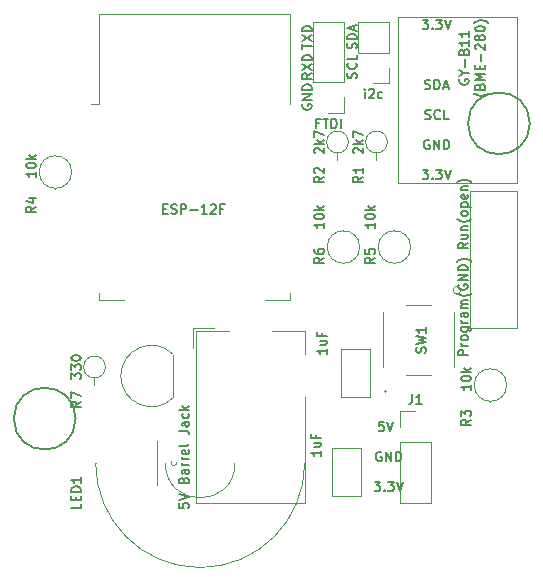
<source format=gto>
G04 #@! TF.GenerationSoftware,KiCad,Pcbnew,(5.1.0)-1*
G04 #@! TF.CreationDate,2019-06-21T08:53:03-04:00*
G04 #@! TF.ProjectId,TempLogger2,54656d70-4c6f-4676-9765-72322e6b6963,rev?*
G04 #@! TF.SameCoordinates,Original*
G04 #@! TF.FileFunction,Legend,Top*
G04 #@! TF.FilePolarity,Positive*
%FSLAX46Y46*%
G04 Gerber Fmt 4.6, Leading zero omitted, Abs format (unit mm)*
G04 Created by KiCad (PCBNEW (5.1.0)-1) date 2019-06-21 08:53:03*
%MOMM*%
%LPD*%
G04 APERTURE LIST*
%ADD10C,0.150000*%
%ADD11C,0.100000*%
G04 APERTURE END LIST*
D10*
X148454904Y-118217390D02*
X148454904Y-118674533D01*
X148454904Y-118445961D02*
X147654904Y-118445961D01*
X147769190Y-118522152D01*
X147845380Y-118598342D01*
X147883476Y-118674533D01*
X147921571Y-117531676D02*
X148454904Y-117531676D01*
X147921571Y-117874533D02*
X148340619Y-117874533D01*
X148416809Y-117836438D01*
X148454904Y-117760247D01*
X148454904Y-117645961D01*
X148416809Y-117569771D01*
X148378714Y-117531676D01*
X148035857Y-116884057D02*
X148035857Y-117150723D01*
X148454904Y-117150723D02*
X147654904Y-117150723D01*
X147654904Y-116769771D01*
X152195190Y-88385104D02*
X152195190Y-87851771D01*
X152195190Y-87585104D02*
X152157095Y-87623200D01*
X152195190Y-87661295D01*
X152233285Y-87623200D01*
X152195190Y-87585104D01*
X152195190Y-87661295D01*
X152538047Y-87661295D02*
X152576142Y-87623200D01*
X152652333Y-87585104D01*
X152842809Y-87585104D01*
X152919000Y-87623200D01*
X152957095Y-87661295D01*
X152995190Y-87737485D01*
X152995190Y-87813676D01*
X152957095Y-87927961D01*
X152499952Y-88385104D01*
X152995190Y-88385104D01*
X153680904Y-88347009D02*
X153604714Y-88385104D01*
X153452333Y-88385104D01*
X153376142Y-88347009D01*
X153338047Y-88308914D01*
X153299952Y-88232723D01*
X153299952Y-88004152D01*
X153338047Y-87927961D01*
X153376142Y-87889866D01*
X153452333Y-87851771D01*
X153604714Y-87851771D01*
X153680904Y-87889866D01*
X151464809Y-86689580D02*
X151502904Y-86575295D01*
X151502904Y-86384819D01*
X151464809Y-86308628D01*
X151426714Y-86270533D01*
X151350523Y-86232438D01*
X151274333Y-86232438D01*
X151198142Y-86270533D01*
X151160047Y-86308628D01*
X151121952Y-86384819D01*
X151083857Y-86537200D01*
X151045761Y-86613390D01*
X151007666Y-86651485D01*
X150931476Y-86689580D01*
X150855285Y-86689580D01*
X150779095Y-86651485D01*
X150741000Y-86613390D01*
X150702904Y-86537200D01*
X150702904Y-86346723D01*
X150741000Y-86232438D01*
X151426714Y-85432438D02*
X151464809Y-85470533D01*
X151502904Y-85584819D01*
X151502904Y-85661009D01*
X151464809Y-85775295D01*
X151388619Y-85851485D01*
X151312428Y-85889580D01*
X151160047Y-85927676D01*
X151045761Y-85927676D01*
X150893380Y-85889580D01*
X150817190Y-85851485D01*
X150741000Y-85775295D01*
X150702904Y-85661009D01*
X150702904Y-85584819D01*
X150741000Y-85470533D01*
X150779095Y-85432438D01*
X151502904Y-84708628D02*
X151502904Y-85089580D01*
X150702904Y-85089580D01*
X151464809Y-84168628D02*
X151502904Y-84054342D01*
X151502904Y-83863866D01*
X151464809Y-83787676D01*
X151426714Y-83749580D01*
X151350523Y-83711485D01*
X151274333Y-83711485D01*
X151198142Y-83749580D01*
X151160047Y-83787676D01*
X151121952Y-83863866D01*
X151083857Y-84016247D01*
X151045761Y-84092438D01*
X151007666Y-84130533D01*
X150931476Y-84168628D01*
X150855285Y-84168628D01*
X150779095Y-84130533D01*
X150741000Y-84092438D01*
X150702904Y-84016247D01*
X150702904Y-83825771D01*
X150741000Y-83711485D01*
X151502904Y-83368628D02*
X150702904Y-83368628D01*
X150702904Y-83178152D01*
X150741000Y-83063866D01*
X150817190Y-82987676D01*
X150893380Y-82949580D01*
X151045761Y-82911485D01*
X151160047Y-82911485D01*
X151312428Y-82949580D01*
X151388619Y-82987676D01*
X151464809Y-83063866D01*
X151502904Y-83178152D01*
X151502904Y-83368628D01*
X151274333Y-82606723D02*
X151274333Y-82225771D01*
X151502904Y-82682914D02*
X150702904Y-82416247D01*
X151502904Y-82149580D01*
X146931000Y-88886723D02*
X146892904Y-88962914D01*
X146892904Y-89077200D01*
X146931000Y-89191485D01*
X147007190Y-89267676D01*
X147083380Y-89305771D01*
X147235761Y-89343866D01*
X147350047Y-89343866D01*
X147502428Y-89305771D01*
X147578619Y-89267676D01*
X147654809Y-89191485D01*
X147692904Y-89077200D01*
X147692904Y-89001009D01*
X147654809Y-88886723D01*
X147616714Y-88848628D01*
X147350047Y-88848628D01*
X147350047Y-89001009D01*
X147692904Y-88505771D02*
X146892904Y-88505771D01*
X147692904Y-88048628D01*
X146892904Y-88048628D01*
X147692904Y-87667676D02*
X146892904Y-87667676D01*
X146892904Y-87477200D01*
X146931000Y-87362914D01*
X147007190Y-87286723D01*
X147083380Y-87248628D01*
X147235761Y-87210533D01*
X147350047Y-87210533D01*
X147502428Y-87248628D01*
X147578619Y-87286723D01*
X147654809Y-87362914D01*
X147692904Y-87477200D01*
X147692904Y-87667676D01*
X147692904Y-86270533D02*
X147311952Y-86537200D01*
X147692904Y-86727676D02*
X146892904Y-86727676D01*
X146892904Y-86422914D01*
X146931000Y-86346723D01*
X146969095Y-86308628D01*
X147045285Y-86270533D01*
X147159571Y-86270533D01*
X147235761Y-86308628D01*
X147273857Y-86346723D01*
X147311952Y-86422914D01*
X147311952Y-86727676D01*
X146892904Y-86003866D02*
X147692904Y-85470533D01*
X146892904Y-85470533D02*
X147692904Y-86003866D01*
X147692904Y-85165771D02*
X146892904Y-85165771D01*
X146892904Y-84975295D01*
X146931000Y-84861009D01*
X147007190Y-84784819D01*
X147083380Y-84746723D01*
X147235761Y-84708628D01*
X147350047Y-84708628D01*
X147502428Y-84746723D01*
X147578619Y-84784819D01*
X147654809Y-84861009D01*
X147692904Y-84975295D01*
X147692904Y-85165771D01*
X146892904Y-84206723D02*
X146892904Y-83749580D01*
X147692904Y-83978152D02*
X146892904Y-83978152D01*
X146892904Y-83559104D02*
X147692904Y-83025771D01*
X146892904Y-83025771D02*
X147692904Y-83559104D01*
X147692904Y-82721009D02*
X146892904Y-82721009D01*
X146892904Y-82530533D01*
X146931000Y-82416247D01*
X147007190Y-82340057D01*
X147083380Y-82301961D01*
X147235761Y-82263866D01*
X147350047Y-82263866D01*
X147502428Y-82301961D01*
X147578619Y-82340057D01*
X147654809Y-82416247D01*
X147692904Y-82530533D01*
X147692904Y-82721009D01*
X157072047Y-94443104D02*
X157567285Y-94443104D01*
X157300619Y-94747866D01*
X157414904Y-94747866D01*
X157491095Y-94785961D01*
X157529190Y-94824057D01*
X157567285Y-94900247D01*
X157567285Y-95090723D01*
X157529190Y-95166914D01*
X157491095Y-95205009D01*
X157414904Y-95243104D01*
X157186333Y-95243104D01*
X157110142Y-95205009D01*
X157072047Y-95166914D01*
X157910142Y-95166914D02*
X157948238Y-95205009D01*
X157910142Y-95243104D01*
X157872047Y-95205009D01*
X157910142Y-95166914D01*
X157910142Y-95243104D01*
X158214904Y-94443104D02*
X158710142Y-94443104D01*
X158443476Y-94747866D01*
X158557761Y-94747866D01*
X158633952Y-94785961D01*
X158672047Y-94824057D01*
X158710142Y-94900247D01*
X158710142Y-95090723D01*
X158672047Y-95166914D01*
X158633952Y-95205009D01*
X158557761Y-95243104D01*
X158329190Y-95243104D01*
X158253000Y-95205009D01*
X158214904Y-95166914D01*
X158938714Y-94443104D02*
X159205380Y-95243104D01*
X159472047Y-94443104D01*
X157643476Y-91941200D02*
X157567285Y-91903104D01*
X157453000Y-91903104D01*
X157338714Y-91941200D01*
X157262523Y-92017390D01*
X157224428Y-92093580D01*
X157186333Y-92245961D01*
X157186333Y-92360247D01*
X157224428Y-92512628D01*
X157262523Y-92588819D01*
X157338714Y-92665009D01*
X157453000Y-92703104D01*
X157529190Y-92703104D01*
X157643476Y-92665009D01*
X157681571Y-92626914D01*
X157681571Y-92360247D01*
X157529190Y-92360247D01*
X158024428Y-92703104D02*
X158024428Y-91903104D01*
X158481571Y-92703104D01*
X158481571Y-91903104D01*
X158862523Y-92703104D02*
X158862523Y-91903104D01*
X159053000Y-91903104D01*
X159167285Y-91941200D01*
X159243476Y-92017390D01*
X159281571Y-92093580D01*
X159319666Y-92245961D01*
X159319666Y-92360247D01*
X159281571Y-92512628D01*
X159243476Y-92588819D01*
X159167285Y-92665009D01*
X159053000Y-92703104D01*
X158862523Y-92703104D01*
X157300619Y-90125009D02*
X157414904Y-90163104D01*
X157605380Y-90163104D01*
X157681571Y-90125009D01*
X157719666Y-90086914D01*
X157757761Y-90010723D01*
X157757761Y-89934533D01*
X157719666Y-89858342D01*
X157681571Y-89820247D01*
X157605380Y-89782152D01*
X157453000Y-89744057D01*
X157376809Y-89705961D01*
X157338714Y-89667866D01*
X157300619Y-89591676D01*
X157300619Y-89515485D01*
X157338714Y-89439295D01*
X157376809Y-89401200D01*
X157453000Y-89363104D01*
X157643476Y-89363104D01*
X157757761Y-89401200D01*
X158557761Y-90086914D02*
X158519666Y-90125009D01*
X158405380Y-90163104D01*
X158329190Y-90163104D01*
X158214904Y-90125009D01*
X158138714Y-90048819D01*
X158100619Y-89972628D01*
X158062523Y-89820247D01*
X158062523Y-89705961D01*
X158100619Y-89553580D01*
X158138714Y-89477390D01*
X158214904Y-89401200D01*
X158329190Y-89363104D01*
X158405380Y-89363104D01*
X158519666Y-89401200D01*
X158557761Y-89439295D01*
X159281571Y-90163104D02*
X158900619Y-90163104D01*
X158900619Y-89363104D01*
X157281571Y-87585009D02*
X157395857Y-87623104D01*
X157586333Y-87623104D01*
X157662523Y-87585009D01*
X157700619Y-87546914D01*
X157738714Y-87470723D01*
X157738714Y-87394533D01*
X157700619Y-87318342D01*
X157662523Y-87280247D01*
X157586333Y-87242152D01*
X157433952Y-87204057D01*
X157357761Y-87165961D01*
X157319666Y-87127866D01*
X157281571Y-87051676D01*
X157281571Y-86975485D01*
X157319666Y-86899295D01*
X157357761Y-86861200D01*
X157433952Y-86823104D01*
X157624428Y-86823104D01*
X157738714Y-86861200D01*
X158081571Y-87623104D02*
X158081571Y-86823104D01*
X158272047Y-86823104D01*
X158386333Y-86861200D01*
X158462523Y-86937390D01*
X158500619Y-87013580D01*
X158538714Y-87165961D01*
X158538714Y-87280247D01*
X158500619Y-87432628D01*
X158462523Y-87508819D01*
X158386333Y-87585009D01*
X158272047Y-87623104D01*
X158081571Y-87623104D01*
X158843476Y-87394533D02*
X159224428Y-87394533D01*
X158767285Y-87623104D02*
X159033952Y-86823104D01*
X159300619Y-87623104D01*
X157072047Y-81743104D02*
X157567285Y-81743104D01*
X157300619Y-82047866D01*
X157414904Y-82047866D01*
X157491095Y-82085961D01*
X157529190Y-82124057D01*
X157567285Y-82200247D01*
X157567285Y-82390723D01*
X157529190Y-82466914D01*
X157491095Y-82505009D01*
X157414904Y-82543104D01*
X157186333Y-82543104D01*
X157110142Y-82505009D01*
X157072047Y-82466914D01*
X157910142Y-82466914D02*
X157948238Y-82505009D01*
X157910142Y-82543104D01*
X157872047Y-82505009D01*
X157910142Y-82466914D01*
X157910142Y-82543104D01*
X158214904Y-81743104D02*
X158710142Y-81743104D01*
X158443476Y-82047866D01*
X158557761Y-82047866D01*
X158633952Y-82085961D01*
X158672047Y-82124057D01*
X158710142Y-82200247D01*
X158710142Y-82390723D01*
X158672047Y-82466914D01*
X158633952Y-82505009D01*
X158557761Y-82543104D01*
X158329190Y-82543104D01*
X158253000Y-82505009D01*
X158214904Y-82466914D01*
X158938714Y-81743104D02*
X159205380Y-82543104D01*
X159472047Y-81743104D01*
X160900904Y-110133390D02*
X160100904Y-110133390D01*
X160100904Y-109828628D01*
X160139000Y-109752438D01*
X160177095Y-109714342D01*
X160253285Y-109676247D01*
X160367571Y-109676247D01*
X160443761Y-109714342D01*
X160481857Y-109752438D01*
X160519952Y-109828628D01*
X160519952Y-110133390D01*
X160900904Y-109333390D02*
X160367571Y-109333390D01*
X160519952Y-109333390D02*
X160443761Y-109295295D01*
X160405666Y-109257200D01*
X160367571Y-109181009D01*
X160367571Y-109104819D01*
X160900904Y-108723866D02*
X160862809Y-108800057D01*
X160824714Y-108838152D01*
X160748523Y-108876247D01*
X160519952Y-108876247D01*
X160443761Y-108838152D01*
X160405666Y-108800057D01*
X160367571Y-108723866D01*
X160367571Y-108609580D01*
X160405666Y-108533390D01*
X160443761Y-108495295D01*
X160519952Y-108457200D01*
X160748523Y-108457200D01*
X160824714Y-108495295D01*
X160862809Y-108533390D01*
X160900904Y-108609580D01*
X160900904Y-108723866D01*
X160367571Y-107771485D02*
X161015190Y-107771485D01*
X161091380Y-107809580D01*
X161129476Y-107847676D01*
X161167571Y-107923866D01*
X161167571Y-108038152D01*
X161129476Y-108114342D01*
X160862809Y-107771485D02*
X160900904Y-107847676D01*
X160900904Y-108000057D01*
X160862809Y-108076247D01*
X160824714Y-108114342D01*
X160748523Y-108152438D01*
X160519952Y-108152438D01*
X160443761Y-108114342D01*
X160405666Y-108076247D01*
X160367571Y-108000057D01*
X160367571Y-107847676D01*
X160405666Y-107771485D01*
X160900904Y-107390533D02*
X160367571Y-107390533D01*
X160519952Y-107390533D02*
X160443761Y-107352438D01*
X160405666Y-107314342D01*
X160367571Y-107238152D01*
X160367571Y-107161961D01*
X160900904Y-106552438D02*
X160481857Y-106552438D01*
X160405666Y-106590533D01*
X160367571Y-106666723D01*
X160367571Y-106819104D01*
X160405666Y-106895295D01*
X160862809Y-106552438D02*
X160900904Y-106628628D01*
X160900904Y-106819104D01*
X160862809Y-106895295D01*
X160786619Y-106933390D01*
X160710428Y-106933390D01*
X160634238Y-106895295D01*
X160596142Y-106819104D01*
X160596142Y-106628628D01*
X160558047Y-106552438D01*
X160900904Y-106171485D02*
X160367571Y-106171485D01*
X160443761Y-106171485D02*
X160405666Y-106133390D01*
X160367571Y-106057200D01*
X160367571Y-105942914D01*
X160405666Y-105866723D01*
X160481857Y-105828628D01*
X160900904Y-105828628D01*
X160481857Y-105828628D02*
X160405666Y-105790533D01*
X160367571Y-105714342D01*
X160367571Y-105600057D01*
X160405666Y-105523866D01*
X160481857Y-105485771D01*
X160900904Y-105485771D01*
X161205666Y-104876247D02*
X161167571Y-104914342D01*
X161053285Y-104990533D01*
X160977095Y-105028628D01*
X160862809Y-105066723D01*
X160672333Y-105104819D01*
X160519952Y-105104819D01*
X160329476Y-105066723D01*
X160215190Y-105028628D01*
X160139000Y-104990533D01*
X160024714Y-104914342D01*
X159986619Y-104876247D01*
X160139000Y-104152438D02*
X160100904Y-104228628D01*
X160100904Y-104342914D01*
X160139000Y-104457200D01*
X160215190Y-104533390D01*
X160291380Y-104571485D01*
X160443761Y-104609580D01*
X160558047Y-104609580D01*
X160710428Y-104571485D01*
X160786619Y-104533390D01*
X160862809Y-104457200D01*
X160900904Y-104342914D01*
X160900904Y-104266723D01*
X160862809Y-104152438D01*
X160824714Y-104114342D01*
X160558047Y-104114342D01*
X160558047Y-104266723D01*
X160900904Y-103771485D02*
X160100904Y-103771485D01*
X160900904Y-103314342D01*
X160100904Y-103314342D01*
X160900904Y-102933390D02*
X160100904Y-102933390D01*
X160100904Y-102742914D01*
X160139000Y-102628628D01*
X160215190Y-102552438D01*
X160291380Y-102514342D01*
X160443761Y-102476247D01*
X160558047Y-102476247D01*
X160710428Y-102514342D01*
X160786619Y-102552438D01*
X160862809Y-102628628D01*
X160900904Y-102742914D01*
X160900904Y-102933390D01*
X161205666Y-102209580D02*
X161167571Y-102171485D01*
X161053285Y-102095295D01*
X160977095Y-102057200D01*
X160862809Y-102019104D01*
X160672333Y-101981009D01*
X160519952Y-101981009D01*
X160329476Y-102019104D01*
X160215190Y-102057200D01*
X160139000Y-102095295D01*
X160024714Y-102171485D01*
X159986619Y-102209580D01*
X160900904Y-100621295D02*
X160519952Y-100887961D01*
X160900904Y-101078438D02*
X160100904Y-101078438D01*
X160100904Y-100773676D01*
X160139000Y-100697485D01*
X160177095Y-100659390D01*
X160253285Y-100621295D01*
X160367571Y-100621295D01*
X160443761Y-100659390D01*
X160481857Y-100697485D01*
X160519952Y-100773676D01*
X160519952Y-101078438D01*
X160367571Y-99935580D02*
X160900904Y-99935580D01*
X160367571Y-100278438D02*
X160786619Y-100278438D01*
X160862809Y-100240342D01*
X160900904Y-100164152D01*
X160900904Y-100049866D01*
X160862809Y-99973676D01*
X160824714Y-99935580D01*
X160367571Y-99554628D02*
X160900904Y-99554628D01*
X160443761Y-99554628D02*
X160405666Y-99516533D01*
X160367571Y-99440342D01*
X160367571Y-99326057D01*
X160405666Y-99249866D01*
X160481857Y-99211771D01*
X160900904Y-99211771D01*
X161205666Y-98602247D02*
X161167571Y-98640342D01*
X161053285Y-98716533D01*
X160977095Y-98754628D01*
X160862809Y-98792723D01*
X160672333Y-98830819D01*
X160519952Y-98830819D01*
X160329476Y-98792723D01*
X160215190Y-98754628D01*
X160139000Y-98716533D01*
X160024714Y-98640342D01*
X159986619Y-98602247D01*
X160900904Y-98183200D02*
X160862809Y-98259390D01*
X160824714Y-98297485D01*
X160748523Y-98335580D01*
X160519952Y-98335580D01*
X160443761Y-98297485D01*
X160405666Y-98259390D01*
X160367571Y-98183200D01*
X160367571Y-98068914D01*
X160405666Y-97992723D01*
X160443761Y-97954628D01*
X160519952Y-97916533D01*
X160748523Y-97916533D01*
X160824714Y-97954628D01*
X160862809Y-97992723D01*
X160900904Y-98068914D01*
X160900904Y-98183200D01*
X160367571Y-97573676D02*
X161167571Y-97573676D01*
X160405666Y-97573676D02*
X160367571Y-97497485D01*
X160367571Y-97345104D01*
X160405666Y-97268914D01*
X160443761Y-97230819D01*
X160519952Y-97192723D01*
X160748523Y-97192723D01*
X160824714Y-97230819D01*
X160862809Y-97268914D01*
X160900904Y-97345104D01*
X160900904Y-97497485D01*
X160862809Y-97573676D01*
X160862809Y-96545104D02*
X160900904Y-96621295D01*
X160900904Y-96773676D01*
X160862809Y-96849866D01*
X160786619Y-96887961D01*
X160481857Y-96887961D01*
X160405666Y-96849866D01*
X160367571Y-96773676D01*
X160367571Y-96621295D01*
X160405666Y-96545104D01*
X160481857Y-96507009D01*
X160558047Y-96507009D01*
X160634238Y-96887961D01*
X160367571Y-96164152D02*
X160900904Y-96164152D01*
X160443761Y-96164152D02*
X160405666Y-96126057D01*
X160367571Y-96049866D01*
X160367571Y-95935580D01*
X160405666Y-95859390D01*
X160481857Y-95821295D01*
X160900904Y-95821295D01*
X161205666Y-95516533D02*
X161167571Y-95478438D01*
X161053285Y-95402247D01*
X160977095Y-95364152D01*
X160862809Y-95326057D01*
X160672333Y-95287961D01*
X160519952Y-95287961D01*
X160329476Y-95326057D01*
X160215190Y-95364152D01*
X160139000Y-95402247D01*
X160024714Y-95478438D01*
X159986619Y-95516533D01*
X136478904Y-122661961D02*
X136478904Y-123042914D01*
X136859857Y-123081009D01*
X136821761Y-123042914D01*
X136783666Y-122966723D01*
X136783666Y-122776247D01*
X136821761Y-122700057D01*
X136859857Y-122661961D01*
X136936047Y-122623866D01*
X137126523Y-122623866D01*
X137202714Y-122661961D01*
X137240809Y-122700057D01*
X137278904Y-122776247D01*
X137278904Y-122966723D01*
X137240809Y-123042914D01*
X137202714Y-123081009D01*
X136478904Y-122395295D02*
X137278904Y-122128628D01*
X136478904Y-121861961D01*
X136859857Y-120719104D02*
X136897952Y-120604819D01*
X136936047Y-120566723D01*
X137012238Y-120528628D01*
X137126523Y-120528628D01*
X137202714Y-120566723D01*
X137240809Y-120604819D01*
X137278904Y-120681009D01*
X137278904Y-120985771D01*
X136478904Y-120985771D01*
X136478904Y-120719104D01*
X136517000Y-120642914D01*
X136555095Y-120604819D01*
X136631285Y-120566723D01*
X136707476Y-120566723D01*
X136783666Y-120604819D01*
X136821761Y-120642914D01*
X136859857Y-120719104D01*
X136859857Y-120985771D01*
X137278904Y-119842914D02*
X136859857Y-119842914D01*
X136783666Y-119881009D01*
X136745571Y-119957200D01*
X136745571Y-120109580D01*
X136783666Y-120185771D01*
X137240809Y-119842914D02*
X137278904Y-119919104D01*
X137278904Y-120109580D01*
X137240809Y-120185771D01*
X137164619Y-120223866D01*
X137088428Y-120223866D01*
X137012238Y-120185771D01*
X136974142Y-120109580D01*
X136974142Y-119919104D01*
X136936047Y-119842914D01*
X137278904Y-119461961D02*
X136745571Y-119461961D01*
X136897952Y-119461961D02*
X136821761Y-119423866D01*
X136783666Y-119385771D01*
X136745571Y-119309580D01*
X136745571Y-119233390D01*
X137278904Y-118966723D02*
X136745571Y-118966723D01*
X136897952Y-118966723D02*
X136821761Y-118928628D01*
X136783666Y-118890533D01*
X136745571Y-118814342D01*
X136745571Y-118738152D01*
X137240809Y-118166723D02*
X137278904Y-118242914D01*
X137278904Y-118395295D01*
X137240809Y-118471485D01*
X137164619Y-118509580D01*
X136859857Y-118509580D01*
X136783666Y-118471485D01*
X136745571Y-118395295D01*
X136745571Y-118242914D01*
X136783666Y-118166723D01*
X136859857Y-118128628D01*
X136936047Y-118128628D01*
X137012238Y-118509580D01*
X137278904Y-117671485D02*
X137240809Y-117747676D01*
X137164619Y-117785771D01*
X136478904Y-117785771D01*
X136478904Y-116528628D02*
X137050333Y-116528628D01*
X137164619Y-116566723D01*
X137240809Y-116642914D01*
X137278904Y-116757200D01*
X137278904Y-116833390D01*
X137278904Y-115804819D02*
X136859857Y-115804819D01*
X136783666Y-115842914D01*
X136745571Y-115919104D01*
X136745571Y-116071485D01*
X136783666Y-116147676D01*
X137240809Y-115804819D02*
X137278904Y-115881009D01*
X137278904Y-116071485D01*
X137240809Y-116147676D01*
X137164619Y-116185771D01*
X137088428Y-116185771D01*
X137012238Y-116147676D01*
X136974142Y-116071485D01*
X136974142Y-115881009D01*
X136936047Y-115804819D01*
X137240809Y-115081009D02*
X137278904Y-115157200D01*
X137278904Y-115309580D01*
X137240809Y-115385771D01*
X137202714Y-115423866D01*
X137126523Y-115461961D01*
X136897952Y-115461961D01*
X136821761Y-115423866D01*
X136783666Y-115385771D01*
X136745571Y-115309580D01*
X136745571Y-115157200D01*
X136783666Y-115081009D01*
X137278904Y-114738152D02*
X136478904Y-114738152D01*
X136974142Y-114661961D02*
X137278904Y-114433390D01*
X136745571Y-114433390D02*
X137050333Y-114738152D01*
X148962904Y-109581390D02*
X148962904Y-110038533D01*
X148962904Y-109809961D02*
X148162904Y-109809961D01*
X148277190Y-109886152D01*
X148353380Y-109962342D01*
X148391476Y-110038533D01*
X148429571Y-108895676D02*
X148962904Y-108895676D01*
X148429571Y-109238533D02*
X148848619Y-109238533D01*
X148924809Y-109200438D01*
X148962904Y-109124247D01*
X148962904Y-109009961D01*
X148924809Y-108933771D01*
X148886714Y-108895676D01*
X148543857Y-108248057D02*
X148543857Y-108514723D01*
X148962904Y-108514723D02*
X148162904Y-108514723D01*
X148162904Y-108133771D01*
X153579476Y-118357200D02*
X153503285Y-118319104D01*
X153389000Y-118319104D01*
X153274714Y-118357200D01*
X153198523Y-118433390D01*
X153160428Y-118509580D01*
X153122333Y-118661961D01*
X153122333Y-118776247D01*
X153160428Y-118928628D01*
X153198523Y-119004819D01*
X153274714Y-119081009D01*
X153389000Y-119119104D01*
X153465190Y-119119104D01*
X153579476Y-119081009D01*
X153617571Y-119042914D01*
X153617571Y-118776247D01*
X153465190Y-118776247D01*
X153960428Y-119119104D02*
X153960428Y-118319104D01*
X154417571Y-119119104D01*
X154417571Y-118319104D01*
X154798523Y-119119104D02*
X154798523Y-118319104D01*
X154989000Y-118319104D01*
X155103285Y-118357200D01*
X155179476Y-118433390D01*
X155217571Y-118509580D01*
X155255666Y-118661961D01*
X155255666Y-118776247D01*
X155217571Y-118928628D01*
X155179476Y-119004819D01*
X155103285Y-119081009D01*
X154989000Y-119119104D01*
X154798523Y-119119104D01*
X153008047Y-120859104D02*
X153503285Y-120859104D01*
X153236619Y-121163866D01*
X153350904Y-121163866D01*
X153427095Y-121201961D01*
X153465190Y-121240057D01*
X153503285Y-121316247D01*
X153503285Y-121506723D01*
X153465190Y-121582914D01*
X153427095Y-121621009D01*
X153350904Y-121659104D01*
X153122333Y-121659104D01*
X153046142Y-121621009D01*
X153008047Y-121582914D01*
X153846142Y-121582914D02*
X153884238Y-121621009D01*
X153846142Y-121659104D01*
X153808047Y-121621009D01*
X153846142Y-121582914D01*
X153846142Y-121659104D01*
X154150904Y-120859104D02*
X154646142Y-120859104D01*
X154379476Y-121163866D01*
X154493761Y-121163866D01*
X154569952Y-121201961D01*
X154608047Y-121240057D01*
X154646142Y-121316247D01*
X154646142Y-121506723D01*
X154608047Y-121582914D01*
X154569952Y-121621009D01*
X154493761Y-121659104D01*
X154265190Y-121659104D01*
X154189000Y-121621009D01*
X154150904Y-121582914D01*
X154874714Y-120859104D02*
X155141380Y-121659104D01*
X155408047Y-120859104D01*
X153782619Y-115779104D02*
X153401666Y-115779104D01*
X153363571Y-116160057D01*
X153401666Y-116121961D01*
X153477857Y-116083866D01*
X153668333Y-116083866D01*
X153744523Y-116121961D01*
X153782619Y-116160057D01*
X153820714Y-116236247D01*
X153820714Y-116426723D01*
X153782619Y-116502914D01*
X153744523Y-116541009D01*
X153668333Y-116579104D01*
X153477857Y-116579104D01*
X153401666Y-116541009D01*
X153363571Y-116502914D01*
X154049285Y-115779104D02*
X154315952Y-116579104D01*
X154582619Y-115779104D01*
X127701000Y-115506200D02*
G75*
G03X127701000Y-115506200I-2615000J0D01*
G01*
X166152400Y-90506200D02*
G75*
G03X166152400Y-90506200I-2615000J0D01*
G01*
X160226000Y-86765676D02*
X160187904Y-86841866D01*
X160187904Y-86956152D01*
X160226000Y-87070438D01*
X160302190Y-87146628D01*
X160378380Y-87184723D01*
X160530761Y-87222819D01*
X160645047Y-87222819D01*
X160797428Y-87184723D01*
X160873619Y-87146628D01*
X160949809Y-87070438D01*
X160987904Y-86956152D01*
X160987904Y-86879961D01*
X160949809Y-86765676D01*
X160911714Y-86727580D01*
X160645047Y-86727580D01*
X160645047Y-86879961D01*
X160606952Y-86232342D02*
X160987904Y-86232342D01*
X160187904Y-86499009D02*
X160606952Y-86232342D01*
X160187904Y-85965676D01*
X160683142Y-85699009D02*
X160683142Y-85089485D01*
X160568857Y-84441866D02*
X160606952Y-84327580D01*
X160645047Y-84289485D01*
X160721238Y-84251390D01*
X160835523Y-84251390D01*
X160911714Y-84289485D01*
X160949809Y-84327580D01*
X160987904Y-84403771D01*
X160987904Y-84708533D01*
X160187904Y-84708533D01*
X160187904Y-84441866D01*
X160226000Y-84365676D01*
X160264095Y-84327580D01*
X160340285Y-84289485D01*
X160416476Y-84289485D01*
X160492666Y-84327580D01*
X160530761Y-84365676D01*
X160568857Y-84441866D01*
X160568857Y-84708533D01*
X160987904Y-83489485D02*
X160987904Y-83946628D01*
X160987904Y-83718057D02*
X160187904Y-83718057D01*
X160302190Y-83794247D01*
X160378380Y-83870438D01*
X160416476Y-83946628D01*
X160987904Y-82727580D02*
X160987904Y-83184723D01*
X160987904Y-82956152D02*
X160187904Y-82956152D01*
X160302190Y-83032342D01*
X160378380Y-83108533D01*
X160416476Y-83184723D01*
X162642666Y-87946628D02*
X162604571Y-87984723D01*
X162490285Y-88060914D01*
X162414095Y-88099009D01*
X162299809Y-88137104D01*
X162109333Y-88175200D01*
X161956952Y-88175200D01*
X161766476Y-88137104D01*
X161652190Y-88099009D01*
X161576000Y-88060914D01*
X161461714Y-87984723D01*
X161423619Y-87946628D01*
X161918857Y-87375200D02*
X161956952Y-87260914D01*
X161995047Y-87222819D01*
X162071238Y-87184723D01*
X162185523Y-87184723D01*
X162261714Y-87222819D01*
X162299809Y-87260914D01*
X162337904Y-87337104D01*
X162337904Y-87641866D01*
X161537904Y-87641866D01*
X161537904Y-87375200D01*
X161576000Y-87299009D01*
X161614095Y-87260914D01*
X161690285Y-87222819D01*
X161766476Y-87222819D01*
X161842666Y-87260914D01*
X161880761Y-87299009D01*
X161918857Y-87375200D01*
X161918857Y-87641866D01*
X162337904Y-86841866D02*
X161537904Y-86841866D01*
X162109333Y-86575200D01*
X161537904Y-86308533D01*
X162337904Y-86308533D01*
X161918857Y-85927580D02*
X161918857Y-85660914D01*
X162337904Y-85546628D02*
X162337904Y-85927580D01*
X161537904Y-85927580D01*
X161537904Y-85546628D01*
X162033142Y-85203771D02*
X162033142Y-84594247D01*
X161614095Y-84251390D02*
X161576000Y-84213295D01*
X161537904Y-84137104D01*
X161537904Y-83946628D01*
X161576000Y-83870438D01*
X161614095Y-83832342D01*
X161690285Y-83794247D01*
X161766476Y-83794247D01*
X161880761Y-83832342D01*
X162337904Y-84289485D01*
X162337904Y-83794247D01*
X161880761Y-83337104D02*
X161842666Y-83413295D01*
X161804571Y-83451390D01*
X161728380Y-83489485D01*
X161690285Y-83489485D01*
X161614095Y-83451390D01*
X161576000Y-83413295D01*
X161537904Y-83337104D01*
X161537904Y-83184723D01*
X161576000Y-83108533D01*
X161614095Y-83070438D01*
X161690285Y-83032342D01*
X161728380Y-83032342D01*
X161804571Y-83070438D01*
X161842666Y-83108533D01*
X161880761Y-83184723D01*
X161880761Y-83337104D01*
X161918857Y-83413295D01*
X161956952Y-83451390D01*
X162033142Y-83489485D01*
X162185523Y-83489485D01*
X162261714Y-83451390D01*
X162299809Y-83413295D01*
X162337904Y-83337104D01*
X162337904Y-83184723D01*
X162299809Y-83108533D01*
X162261714Y-83070438D01*
X162185523Y-83032342D01*
X162033142Y-83032342D01*
X161956952Y-83070438D01*
X161918857Y-83108533D01*
X161880761Y-83184723D01*
X161537904Y-82537104D02*
X161537904Y-82460914D01*
X161576000Y-82384723D01*
X161614095Y-82346628D01*
X161690285Y-82308533D01*
X161842666Y-82270438D01*
X162033142Y-82270438D01*
X162185523Y-82308533D01*
X162261714Y-82346628D01*
X162299809Y-82384723D01*
X162337904Y-82460914D01*
X162337904Y-82537104D01*
X162299809Y-82613295D01*
X162261714Y-82651390D01*
X162185523Y-82689485D01*
X162033142Y-82727580D01*
X161842666Y-82727580D01*
X161690285Y-82689485D01*
X161614095Y-82651390D01*
X161576000Y-82613295D01*
X161537904Y-82537104D01*
X162642666Y-82003771D02*
X162604571Y-81965676D01*
X162490285Y-81889485D01*
X162414095Y-81851390D01*
X162299809Y-81813295D01*
X162109333Y-81775200D01*
X161956952Y-81775200D01*
X161766476Y-81813295D01*
X161652190Y-81851390D01*
X161576000Y-81889485D01*
X161461714Y-81965676D01*
X161423619Y-82003771D01*
D11*
X154249000Y-87124201D02*
X152919000Y-87124201D01*
X154249000Y-85794201D02*
X154249000Y-87124201D01*
X154249000Y-84524201D02*
X151589000Y-84524201D01*
X151589000Y-84524201D02*
X151589000Y-81924201D01*
X154249000Y-84524201D02*
X154249000Y-81924201D01*
X154249000Y-81924201D02*
X151589000Y-81924201D01*
X127365000Y-94627200D02*
G75*
G03X127365000Y-94627200I-1370000J0D01*
G01*
X125995000Y-95997200D02*
X125995000Y-96067200D01*
X155031000Y-95531200D02*
X155031000Y-81531200D01*
X155031000Y-81531200D02*
X165031000Y-81531200D01*
X165031000Y-81531200D02*
X165031000Y-95531200D01*
X165031000Y-95531200D02*
X155031000Y-95531200D01*
X160310490Y-104636200D02*
G75*
G03X160310490Y-104636200I-322820J0D01*
G01*
X165079000Y-107793200D02*
X161079000Y-107793200D01*
X165079000Y-96193200D02*
X165079000Y-107793200D01*
X161079000Y-96193200D02*
X165079000Y-96193200D01*
X161079000Y-107793200D02*
X161079000Y-96193200D01*
X154021000Y-113244200D02*
G75*
G03X154021000Y-113244200I-84000J0D01*
G01*
X157813000Y-111851200D02*
X155656000Y-111851200D01*
X157813000Y-105851200D02*
X155656000Y-105851200D01*
X153729000Y-106488200D02*
X153729000Y-111112200D01*
X159729000Y-106488200D02*
X159729000Y-111112200D01*
X151883000Y-122026200D02*
X149383000Y-122026200D01*
X151883000Y-118026200D02*
X151883000Y-122026200D01*
X149383000Y-118026200D02*
X151883000Y-118026200D01*
X149383000Y-122026200D02*
X149383000Y-118026200D01*
X129647400Y-88882600D02*
X129037400Y-88882600D01*
X129647400Y-88882600D02*
X129647400Y-81262600D01*
X129647400Y-105502600D02*
X129647400Y-104882600D01*
X131767400Y-105502600D02*
X129647400Y-105502600D01*
X145887400Y-105502600D02*
X143767400Y-105502600D01*
X145887400Y-104882600D02*
X145887400Y-105502600D01*
X145887400Y-81262600D02*
X145887400Y-88882600D01*
X129647400Y-81262600D02*
X145887400Y-81262600D01*
X135973000Y-113699200D02*
X135973000Y-110099200D01*
X135961478Y-113737678D02*
G75*
G02X131523000Y-111899200I-1838478J1838478D01*
G01*
X135961478Y-110060722D02*
G75*
G03X131523000Y-111899200I-1838478J-1838478D01*
G01*
X147105000Y-113651200D02*
X147105000Y-122651200D01*
X147105000Y-122651200D02*
X137905000Y-122651200D01*
X137905000Y-122651200D02*
X137905000Y-108051200D01*
X137905000Y-108051200D02*
X140705000Y-108051200D01*
X144305000Y-108051200D02*
X147105000Y-108051200D01*
X147105000Y-108051200D02*
X147105000Y-110051200D01*
X137665000Y-109551200D02*
X137665000Y-107811200D01*
X137665000Y-107811200D02*
X139405000Y-107811200D01*
X135295000Y-119265200D02*
X135295000Y-119265200D01*
X129395000Y-119265200D02*
X129395000Y-119265200D01*
X134615000Y-117415200D02*
X134615000Y-121115200D01*
X135815000Y-119165200D02*
X135815000Y-119165200D01*
X135815000Y-119365200D02*
X135815000Y-119365200D01*
X141195000Y-119265200D02*
G75*
G02X135295000Y-119265200I-2950000J0D01*
G01*
X147095000Y-119265200D02*
G75*
G02X129395000Y-119265200I-8850000J0D01*
G01*
X136215000Y-119365200D02*
G75*
G02X135815000Y-119165200I-200000J100000D01*
G01*
X136215000Y-119165200D02*
G75*
G02X135815000Y-119365200I-200000J-100000D01*
G01*
X153173000Y-93007200D02*
X153173000Y-93627200D01*
X154093000Y-92087200D02*
G75*
G03X154093000Y-92087200I-920000J0D01*
G01*
X149871000Y-93007200D02*
X149871000Y-93627200D01*
X150791000Y-92087200D02*
G75*
G03X150791000Y-92087200I-920000J0D01*
G01*
X162825000Y-114031200D02*
X162825000Y-114101200D01*
X164195000Y-112661200D02*
G75*
G03X164195000Y-112661200I-1370000J0D01*
G01*
X154697000Y-99607200D02*
X154697000Y-99537200D01*
X156067000Y-100977200D02*
G75*
G03X156067000Y-100977200I-1370000J0D01*
G01*
X151749000Y-100977200D02*
G75*
G03X151749000Y-100977200I-1370000J0D01*
G01*
X150379000Y-99607200D02*
X150379000Y-99537200D01*
X130217000Y-111137200D02*
G75*
G03X130217000Y-111137200I-920000J0D01*
G01*
X129297000Y-112057200D02*
X129297000Y-112677200D01*
X155145000Y-122627200D02*
X157805000Y-122627200D01*
X155145000Y-117487200D02*
X155145000Y-122627200D01*
X157805000Y-117487200D02*
X157805000Y-122627200D01*
X155145000Y-117487200D02*
X157805000Y-117487200D01*
X155145000Y-116217200D02*
X155145000Y-114887200D01*
X155145000Y-114887200D02*
X156475000Y-114887200D01*
X150439000Y-89624201D02*
X149109000Y-89624201D01*
X150439000Y-88294201D02*
X150439000Y-89624201D01*
X150439000Y-87024201D02*
X147779000Y-87024201D01*
X147779000Y-87024201D02*
X147779000Y-81884201D01*
X150439000Y-87024201D02*
X150439000Y-81884201D01*
X150439000Y-81884201D02*
X147779000Y-81884201D01*
X152645000Y-109645200D02*
X152645000Y-113645200D01*
X152645000Y-113645200D02*
X150145000Y-113645200D01*
X150145000Y-113645200D02*
X150145000Y-109645200D01*
X150145000Y-109645200D02*
X152645000Y-109645200D01*
D10*
X124324904Y-97554533D02*
X123943952Y-97821200D01*
X124324904Y-98011676D02*
X123524904Y-98011676D01*
X123524904Y-97706914D01*
X123563000Y-97630723D01*
X123601095Y-97592628D01*
X123677285Y-97554533D01*
X123791571Y-97554533D01*
X123867761Y-97592628D01*
X123905857Y-97630723D01*
X123943952Y-97706914D01*
X123943952Y-98011676D01*
X123791571Y-96868819D02*
X124324904Y-96868819D01*
X123486809Y-97059295D02*
X124058238Y-97249771D01*
X124058238Y-96754533D01*
X124324904Y-94595390D02*
X124324904Y-95052533D01*
X124324904Y-94823961D02*
X123524904Y-94823961D01*
X123639190Y-94900152D01*
X123715380Y-94976342D01*
X123753476Y-95052533D01*
X123524904Y-94100152D02*
X123524904Y-94023961D01*
X123563000Y-93947771D01*
X123601095Y-93909676D01*
X123677285Y-93871580D01*
X123829666Y-93833485D01*
X124020142Y-93833485D01*
X124172523Y-93871580D01*
X124248714Y-93909676D01*
X124286809Y-93947771D01*
X124324904Y-94023961D01*
X124324904Y-94100152D01*
X124286809Y-94176342D01*
X124248714Y-94214438D01*
X124172523Y-94252533D01*
X124020142Y-94290628D01*
X123829666Y-94290628D01*
X123677285Y-94252533D01*
X123601095Y-94214438D01*
X123563000Y-94176342D01*
X123524904Y-94100152D01*
X124324904Y-93490628D02*
X123524904Y-93490628D01*
X124020142Y-93414438D02*
X124324904Y-93185866D01*
X123791571Y-93185866D02*
X124096333Y-93490628D01*
X157306809Y-109917866D02*
X157344904Y-109803580D01*
X157344904Y-109613104D01*
X157306809Y-109536914D01*
X157268714Y-109498819D01*
X157192523Y-109460723D01*
X157116333Y-109460723D01*
X157040142Y-109498819D01*
X157002047Y-109536914D01*
X156963952Y-109613104D01*
X156925857Y-109765485D01*
X156887761Y-109841676D01*
X156849666Y-109879771D01*
X156773476Y-109917866D01*
X156697285Y-109917866D01*
X156621095Y-109879771D01*
X156583000Y-109841676D01*
X156544904Y-109765485D01*
X156544904Y-109575009D01*
X156583000Y-109460723D01*
X156544904Y-109194057D02*
X157344904Y-109003580D01*
X156773476Y-108851200D01*
X157344904Y-108698819D01*
X156544904Y-108508342D01*
X157344904Y-107784533D02*
X157344904Y-108241676D01*
X157344904Y-108013104D02*
X156544904Y-108013104D01*
X156659190Y-108089295D01*
X156735380Y-108165485D01*
X156773476Y-108241676D01*
X135126619Y-97745057D02*
X135393285Y-97745057D01*
X135507571Y-98164104D02*
X135126619Y-98164104D01*
X135126619Y-97364104D01*
X135507571Y-97364104D01*
X135812333Y-98126009D02*
X135926619Y-98164104D01*
X136117095Y-98164104D01*
X136193285Y-98126009D01*
X136231380Y-98087914D01*
X136269476Y-98011723D01*
X136269476Y-97935533D01*
X136231380Y-97859342D01*
X136193285Y-97821247D01*
X136117095Y-97783152D01*
X135964714Y-97745057D01*
X135888523Y-97706961D01*
X135850428Y-97668866D01*
X135812333Y-97592676D01*
X135812333Y-97516485D01*
X135850428Y-97440295D01*
X135888523Y-97402200D01*
X135964714Y-97364104D01*
X136155190Y-97364104D01*
X136269476Y-97402200D01*
X136612333Y-98164104D02*
X136612333Y-97364104D01*
X136917095Y-97364104D01*
X136993285Y-97402200D01*
X137031380Y-97440295D01*
X137069476Y-97516485D01*
X137069476Y-97630771D01*
X137031380Y-97706961D01*
X136993285Y-97745057D01*
X136917095Y-97783152D01*
X136612333Y-97783152D01*
X137412333Y-97859342D02*
X138021857Y-97859342D01*
X138821857Y-98164104D02*
X138364714Y-98164104D01*
X138593285Y-98164104D02*
X138593285Y-97364104D01*
X138517095Y-97478390D01*
X138440904Y-97554580D01*
X138364714Y-97592676D01*
X139126619Y-97440295D02*
X139164714Y-97402200D01*
X139240904Y-97364104D01*
X139431380Y-97364104D01*
X139507571Y-97402200D01*
X139545666Y-97440295D01*
X139583761Y-97516485D01*
X139583761Y-97592676D01*
X139545666Y-97706961D01*
X139088523Y-98164104D01*
X139583761Y-98164104D01*
X140193285Y-97745057D02*
X139926619Y-97745057D01*
X139926619Y-98164104D02*
X139926619Y-97364104D01*
X140307571Y-97364104D01*
X128134904Y-122700438D02*
X128134904Y-123081390D01*
X127334904Y-123081390D01*
X127715857Y-122433771D02*
X127715857Y-122167104D01*
X128134904Y-122052819D02*
X128134904Y-122433771D01*
X127334904Y-122433771D01*
X127334904Y-122052819D01*
X128134904Y-121709961D02*
X127334904Y-121709961D01*
X127334904Y-121519485D01*
X127373000Y-121405200D01*
X127449190Y-121329009D01*
X127525380Y-121290914D01*
X127677761Y-121252819D01*
X127792047Y-121252819D01*
X127944428Y-121290914D01*
X128020619Y-121329009D01*
X128096809Y-121405200D01*
X128134904Y-121519485D01*
X128134904Y-121709961D01*
X128134904Y-120490914D02*
X128134904Y-120948057D01*
X128134904Y-120719485D02*
X127334904Y-120719485D01*
X127449190Y-120795676D01*
X127525380Y-120871866D01*
X127563476Y-120948057D01*
X152010904Y-95014533D02*
X151629952Y-95281200D01*
X152010904Y-95471676D02*
X151210904Y-95471676D01*
X151210904Y-95166914D01*
X151249000Y-95090723D01*
X151287095Y-95052628D01*
X151363285Y-95014533D01*
X151477571Y-95014533D01*
X151553761Y-95052628D01*
X151591857Y-95090723D01*
X151629952Y-95166914D01*
X151629952Y-95471676D01*
X152010904Y-94252628D02*
X152010904Y-94709771D01*
X152010904Y-94481200D02*
X151210904Y-94481200D01*
X151325190Y-94557390D01*
X151401380Y-94633580D01*
X151439476Y-94709771D01*
X151287095Y-93020533D02*
X151249000Y-92982438D01*
X151210904Y-92906247D01*
X151210904Y-92715771D01*
X151249000Y-92639580D01*
X151287095Y-92601485D01*
X151363285Y-92563390D01*
X151439476Y-92563390D01*
X151553761Y-92601485D01*
X152010904Y-93058628D01*
X152010904Y-92563390D01*
X152010904Y-92220533D02*
X151210904Y-92220533D01*
X151706142Y-92144342D02*
X152010904Y-91915771D01*
X151477571Y-91915771D02*
X151782333Y-92220533D01*
X151210904Y-91649104D02*
X151210904Y-91115771D01*
X152010904Y-91458628D01*
X148708904Y-95014533D02*
X148327952Y-95281200D01*
X148708904Y-95471676D02*
X147908904Y-95471676D01*
X147908904Y-95166914D01*
X147947000Y-95090723D01*
X147985095Y-95052628D01*
X148061285Y-95014533D01*
X148175571Y-95014533D01*
X148251761Y-95052628D01*
X148289857Y-95090723D01*
X148327952Y-95166914D01*
X148327952Y-95471676D01*
X147985095Y-94709771D02*
X147947000Y-94671676D01*
X147908904Y-94595485D01*
X147908904Y-94405009D01*
X147947000Y-94328819D01*
X147985095Y-94290723D01*
X148061285Y-94252628D01*
X148137476Y-94252628D01*
X148251761Y-94290723D01*
X148708904Y-94747866D01*
X148708904Y-94252628D01*
X147985095Y-93020533D02*
X147947000Y-92982438D01*
X147908904Y-92906247D01*
X147908904Y-92715771D01*
X147947000Y-92639580D01*
X147985095Y-92601485D01*
X148061285Y-92563390D01*
X148137476Y-92563390D01*
X148251761Y-92601485D01*
X148708904Y-93058628D01*
X148708904Y-92563390D01*
X148708904Y-92220533D02*
X147908904Y-92220533D01*
X148404142Y-92144342D02*
X148708904Y-91915771D01*
X148175571Y-91915771D02*
X148480333Y-92220533D01*
X147908904Y-91649104D02*
X147908904Y-91115771D01*
X148708904Y-91458628D01*
X161154904Y-115588533D02*
X160773952Y-115855200D01*
X161154904Y-116045676D02*
X160354904Y-116045676D01*
X160354904Y-115740914D01*
X160393000Y-115664723D01*
X160431095Y-115626628D01*
X160507285Y-115588533D01*
X160621571Y-115588533D01*
X160697761Y-115626628D01*
X160735857Y-115664723D01*
X160773952Y-115740914D01*
X160773952Y-116045676D01*
X160354904Y-115321866D02*
X160354904Y-114826628D01*
X160659666Y-115093295D01*
X160659666Y-114979009D01*
X160697761Y-114902819D01*
X160735857Y-114864723D01*
X160812047Y-114826628D01*
X161002523Y-114826628D01*
X161078714Y-114864723D01*
X161116809Y-114902819D01*
X161154904Y-114979009D01*
X161154904Y-115207580D01*
X161116809Y-115283771D01*
X161078714Y-115321866D01*
X161154904Y-112629390D02*
X161154904Y-113086533D01*
X161154904Y-112857961D02*
X160354904Y-112857961D01*
X160469190Y-112934152D01*
X160545380Y-113010342D01*
X160583476Y-113086533D01*
X160354904Y-112134152D02*
X160354904Y-112057961D01*
X160393000Y-111981771D01*
X160431095Y-111943676D01*
X160507285Y-111905580D01*
X160659666Y-111867485D01*
X160850142Y-111867485D01*
X161002523Y-111905580D01*
X161078714Y-111943676D01*
X161116809Y-111981771D01*
X161154904Y-112057961D01*
X161154904Y-112134152D01*
X161116809Y-112210342D01*
X161078714Y-112248438D01*
X161002523Y-112286533D01*
X160850142Y-112324628D01*
X160659666Y-112324628D01*
X160507285Y-112286533D01*
X160431095Y-112248438D01*
X160393000Y-112210342D01*
X160354904Y-112134152D01*
X161154904Y-111524628D02*
X160354904Y-111524628D01*
X160850142Y-111448438D02*
X161154904Y-111219866D01*
X160621571Y-111219866D02*
X160926333Y-111524628D01*
X153026904Y-101872533D02*
X152645952Y-102139200D01*
X153026904Y-102329676D02*
X152226904Y-102329676D01*
X152226904Y-102024914D01*
X152265000Y-101948723D01*
X152303095Y-101910628D01*
X152379285Y-101872533D01*
X152493571Y-101872533D01*
X152569761Y-101910628D01*
X152607857Y-101948723D01*
X152645952Y-102024914D01*
X152645952Y-102329676D01*
X152226904Y-101148723D02*
X152226904Y-101529676D01*
X152607857Y-101567771D01*
X152569761Y-101529676D01*
X152531666Y-101453485D01*
X152531666Y-101263009D01*
X152569761Y-101186819D01*
X152607857Y-101148723D01*
X152684047Y-101110628D01*
X152874523Y-101110628D01*
X152950714Y-101148723D01*
X152988809Y-101186819D01*
X153026904Y-101263009D01*
X153026904Y-101453485D01*
X152988809Y-101529676D01*
X152950714Y-101567771D01*
X153026904Y-98913390D02*
X153026904Y-99370533D01*
X153026904Y-99141961D02*
X152226904Y-99141961D01*
X152341190Y-99218152D01*
X152417380Y-99294342D01*
X152455476Y-99370533D01*
X152226904Y-98418152D02*
X152226904Y-98341961D01*
X152265000Y-98265771D01*
X152303095Y-98227676D01*
X152379285Y-98189580D01*
X152531666Y-98151485D01*
X152722142Y-98151485D01*
X152874523Y-98189580D01*
X152950714Y-98227676D01*
X152988809Y-98265771D01*
X153026904Y-98341961D01*
X153026904Y-98418152D01*
X152988809Y-98494342D01*
X152950714Y-98532438D01*
X152874523Y-98570533D01*
X152722142Y-98608628D01*
X152531666Y-98608628D01*
X152379285Y-98570533D01*
X152303095Y-98532438D01*
X152265000Y-98494342D01*
X152226904Y-98418152D01*
X153026904Y-97808628D02*
X152226904Y-97808628D01*
X152722142Y-97732438D02*
X153026904Y-97503866D01*
X152493571Y-97503866D02*
X152798333Y-97808628D01*
X148708904Y-101872533D02*
X148327952Y-102139200D01*
X148708904Y-102329676D02*
X147908904Y-102329676D01*
X147908904Y-102024914D01*
X147947000Y-101948723D01*
X147985095Y-101910628D01*
X148061285Y-101872533D01*
X148175571Y-101872533D01*
X148251761Y-101910628D01*
X148289857Y-101948723D01*
X148327952Y-102024914D01*
X148327952Y-102329676D01*
X147908904Y-101186819D02*
X147908904Y-101339200D01*
X147947000Y-101415390D01*
X147985095Y-101453485D01*
X148099380Y-101529676D01*
X148251761Y-101567771D01*
X148556523Y-101567771D01*
X148632714Y-101529676D01*
X148670809Y-101491580D01*
X148708904Y-101415390D01*
X148708904Y-101263009D01*
X148670809Y-101186819D01*
X148632714Y-101148723D01*
X148556523Y-101110628D01*
X148366047Y-101110628D01*
X148289857Y-101148723D01*
X148251761Y-101186819D01*
X148213666Y-101263009D01*
X148213666Y-101415390D01*
X148251761Y-101491580D01*
X148289857Y-101529676D01*
X148366047Y-101567771D01*
X148708904Y-98913390D02*
X148708904Y-99370533D01*
X148708904Y-99141961D02*
X147908904Y-99141961D01*
X148023190Y-99218152D01*
X148099380Y-99294342D01*
X148137476Y-99370533D01*
X147908904Y-98418152D02*
X147908904Y-98341961D01*
X147947000Y-98265771D01*
X147985095Y-98227676D01*
X148061285Y-98189580D01*
X148213666Y-98151485D01*
X148404142Y-98151485D01*
X148556523Y-98189580D01*
X148632714Y-98227676D01*
X148670809Y-98265771D01*
X148708904Y-98341961D01*
X148708904Y-98418152D01*
X148670809Y-98494342D01*
X148632714Y-98532438D01*
X148556523Y-98570533D01*
X148404142Y-98608628D01*
X148213666Y-98608628D01*
X148061285Y-98570533D01*
X147985095Y-98532438D01*
X147947000Y-98494342D01*
X147908904Y-98418152D01*
X148708904Y-97808628D02*
X147908904Y-97808628D01*
X148404142Y-97732438D02*
X148708904Y-97503866D01*
X148175571Y-97503866D02*
X148480333Y-97808628D01*
X128134904Y-114064533D02*
X127753952Y-114331200D01*
X128134904Y-114521676D02*
X127334904Y-114521676D01*
X127334904Y-114216914D01*
X127373000Y-114140723D01*
X127411095Y-114102628D01*
X127487285Y-114064533D01*
X127601571Y-114064533D01*
X127677761Y-114102628D01*
X127715857Y-114140723D01*
X127753952Y-114216914D01*
X127753952Y-114521676D01*
X127334904Y-113797866D02*
X127334904Y-113264533D01*
X128134904Y-113607390D01*
X127334904Y-112165771D02*
X127334904Y-111670533D01*
X127639666Y-111937200D01*
X127639666Y-111822914D01*
X127677761Y-111746723D01*
X127715857Y-111708628D01*
X127792047Y-111670533D01*
X127982523Y-111670533D01*
X128058714Y-111708628D01*
X128096809Y-111746723D01*
X128134904Y-111822914D01*
X128134904Y-112051485D01*
X128096809Y-112127676D01*
X128058714Y-112165771D01*
X127334904Y-111403866D02*
X127334904Y-110908628D01*
X127639666Y-111175295D01*
X127639666Y-111061009D01*
X127677761Y-110984819D01*
X127715857Y-110946723D01*
X127792047Y-110908628D01*
X127982523Y-110908628D01*
X128058714Y-110946723D01*
X128096809Y-110984819D01*
X128134904Y-111061009D01*
X128134904Y-111289580D01*
X128096809Y-111365771D01*
X128058714Y-111403866D01*
X127334904Y-110413390D02*
X127334904Y-110337200D01*
X127373000Y-110261009D01*
X127411095Y-110222914D01*
X127487285Y-110184819D01*
X127639666Y-110146723D01*
X127830142Y-110146723D01*
X127982523Y-110184819D01*
X128058714Y-110222914D01*
X128096809Y-110261009D01*
X128134904Y-110337200D01*
X128134904Y-110413390D01*
X128096809Y-110489580D01*
X128058714Y-110527676D01*
X127982523Y-110565771D01*
X127830142Y-110603866D01*
X127639666Y-110603866D01*
X127487285Y-110565771D01*
X127411095Y-110527676D01*
X127373000Y-110489580D01*
X127334904Y-110413390D01*
X156208333Y-113449104D02*
X156208333Y-114020533D01*
X156170238Y-114134819D01*
X156094047Y-114211009D01*
X155979761Y-114249104D01*
X155903571Y-114249104D01*
X157008333Y-114249104D02*
X156551190Y-114249104D01*
X156779761Y-114249104D02*
X156779761Y-113449104D01*
X156703571Y-113563390D01*
X156627380Y-113639580D01*
X156551190Y-113677676D01*
X148328047Y-90506057D02*
X148061380Y-90506057D01*
X148061380Y-90925104D02*
X148061380Y-90125104D01*
X148442333Y-90125104D01*
X148632809Y-90125104D02*
X149089952Y-90125104D01*
X148861380Y-90925104D02*
X148861380Y-90125104D01*
X149356619Y-90925104D02*
X149356619Y-90125104D01*
X149547095Y-90125104D01*
X149661380Y-90163200D01*
X149737571Y-90239390D01*
X149775666Y-90315580D01*
X149813761Y-90467961D01*
X149813761Y-90582247D01*
X149775666Y-90734628D01*
X149737571Y-90810819D01*
X149661380Y-90887009D01*
X149547095Y-90925104D01*
X149356619Y-90925104D01*
X150156619Y-90925104D02*
X150156619Y-90125104D01*
M02*

</source>
